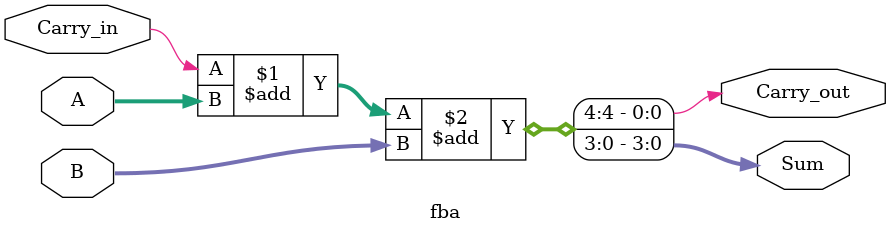
<source format=v>
module BCD_Adder (Sum, Carry_out, Addend, Augend, Carry_in);
	input [3:0]	Addend,Augend;
	input Carry_in;

	output reg [3:0]	Sum;
	output reg Carry_out;
	wire [3:0] wZ,wIn,wSum_out;
	wire wCarry_out,wAnd1,wAnd2,wOuput_carry,wFill;

	fba f1 (wZ, wCarry_out, Addend, Augend, Carry_in);

	and
	 (wAnd1,wZ[3],wZ[2]),
	 (wAnd2,wZ[3],wZ[1]);
	or	(wOuput_carry,wAnd1,wAnd2,wCarry_out);

	assign	wIn[3] = 0;
	assign	wIn[2] = wOuput_carry;
	assign	wIn[1] = wOuput_carry;
	assign	wIn[0] = 0;

	fba f2 (wSum_out,wFill, wIn, wZ,0);

	always @ ( * )
		begin
		{Sum}={wSum_out};
		Carry_out=wOuput_carry;
	end
endmodule


module fba (Sum, Carry_out, A, B, Carry_in);
	input [3:0]	A,B;
	input Carry_in;
	output [3:0]	Sum;
	output Carry_out;

	assign{Carry_out, Sum} = Carry_in + A + B;
endmodule

</source>
